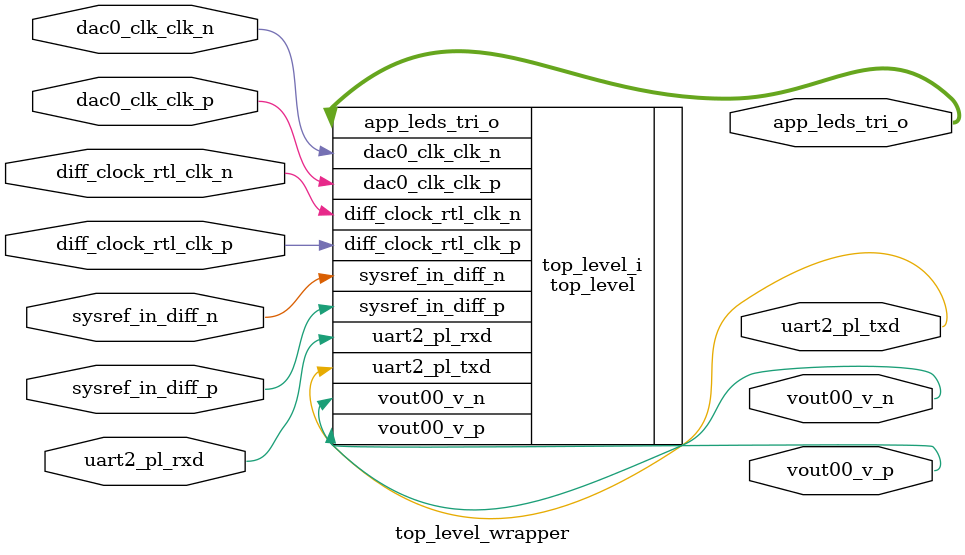
<source format=v>
`timescale 1 ps / 1 ps

module top_level_wrapper
   (app_leds_tri_o,
    dac0_clk_clk_n,
    dac0_clk_clk_p,
    diff_clock_rtl_clk_n,
    diff_clock_rtl_clk_p,
    sysref_in_diff_n,
    sysref_in_diff_p,
    uart2_pl_rxd,
    uart2_pl_txd,
    vout00_v_n,
    vout00_v_p);
  output [7:0]app_leds_tri_o;
  input dac0_clk_clk_n;
  input dac0_clk_clk_p;
  input diff_clock_rtl_clk_n;
  input diff_clock_rtl_clk_p;
  input sysref_in_diff_n;
  input sysref_in_diff_p;
  input uart2_pl_rxd;
  output uart2_pl_txd;
  output vout00_v_n;
  output vout00_v_p;

  wire [7:0]app_leds_tri_o;
  wire dac0_clk_clk_n;
  wire dac0_clk_clk_p;
  wire diff_clock_rtl_clk_n;
  wire diff_clock_rtl_clk_p;
  wire sysref_in_diff_n;
  wire sysref_in_diff_p;
  wire uart2_pl_rxd;
  wire uart2_pl_txd;
  wire vout00_v_n;
  wire vout00_v_p;

  top_level top_level_i
       (.app_leds_tri_o(app_leds_tri_o),
        .dac0_clk_clk_n(dac0_clk_clk_n),
        .dac0_clk_clk_p(dac0_clk_clk_p),
        .diff_clock_rtl_clk_n(diff_clock_rtl_clk_n),
        .diff_clock_rtl_clk_p(diff_clock_rtl_clk_p),
        .sysref_in_diff_n(sysref_in_diff_n),
        .sysref_in_diff_p(sysref_in_diff_p),
        .uart2_pl_rxd(uart2_pl_rxd),
        .uart2_pl_txd(uart2_pl_txd),
        .vout00_v_n(vout00_v_n),
        .vout00_v_p(vout00_v_p));
endmodule

</source>
